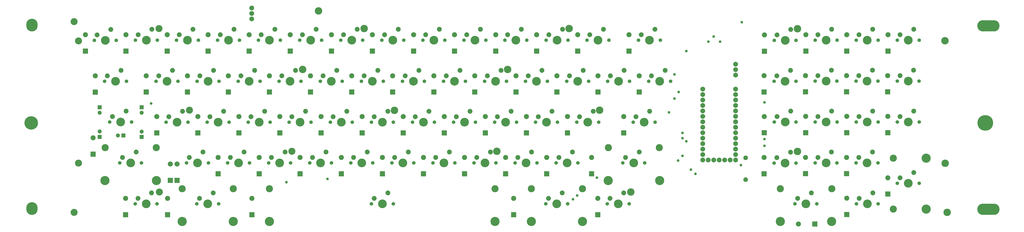
<source format=gts>
G04 MADE WITH FRITZING*
G04 WWW.FRITZING.ORG*
G04 DOUBLE SIDED*
G04 HOLES PLATED*
G04 CONTOUR ON CENTER OF CONTOUR VECTOR*
%ASAXBY*%
%FSLAX23Y23*%
%MOIN*%
%OFA0B0*%
%SFA1.0B1.0*%
%ADD10C,0.088639*%
%ADD11C,0.158908*%
%ADD12C,0.065278*%
%ADD13C,0.092000*%
%ADD14C,0.088000*%
%ADD15C,0.049370*%
%ADD16C,0.085000*%
%ADD17C,0.072992*%
%ADD18C,0.206850*%
%ADD19C,0.246220*%
%ADD20C,0.285590*%
%ADD21C,0.128110*%
%ADD22C,0.135984*%
%ADD23C,0.130079*%
%ADD24C,0.167480*%
%ADD25R,0.092000X0.092000*%
%ADD26R,0.072992X0.072992*%
%LNMASK1*%
G90*
G70*
G54D10*
X14384Y709D03*
X14633Y809D03*
G54D11*
X14534Y609D03*
G54D12*
X14334Y609D03*
X14733Y609D03*
G54D10*
X16255Y1086D03*
X16505Y1185D03*
G54D11*
X16405Y986D03*
G54D12*
X16205Y986D03*
X16604Y986D03*
G54D10*
X15506Y710D03*
X15756Y810D03*
G54D11*
X15656Y610D03*
G54D12*
X15456Y610D03*
X15855Y610D03*
G54D10*
X14004Y1458D03*
X14253Y1558D03*
G54D11*
X14154Y1358D03*
G54D12*
X13954Y1358D03*
X14353Y1358D03*
G54D10*
X15502Y1459D03*
X15751Y1559D03*
G54D11*
X15652Y1359D03*
G54D12*
X15452Y1359D03*
X15851Y1359D03*
G54D10*
X14753Y1459D03*
X15002Y1559D03*
G54D11*
X14903Y1359D03*
G54D12*
X14703Y1359D03*
X15102Y1359D03*
G54D10*
X14006Y2209D03*
X14256Y2309D03*
G54D11*
X14156Y2109D03*
G54D12*
X13956Y2109D03*
X14355Y2109D03*
G54D10*
X16255Y2210D03*
X16505Y2310D03*
G54D11*
X16405Y2110D03*
G54D12*
X16205Y2110D03*
X16604Y2110D03*
G54D10*
X15504Y2210D03*
X15753Y2310D03*
G54D11*
X15654Y2110D03*
G54D12*
X15454Y2110D03*
X15853Y2110D03*
G54D10*
X14755Y2210D03*
X15005Y2310D03*
G54D11*
X14905Y2110D03*
G54D12*
X14705Y2110D03*
X15104Y2110D03*
G54D10*
X14004Y2958D03*
X14253Y3058D03*
G54D11*
X14154Y2858D03*
G54D12*
X13954Y2858D03*
X14353Y2858D03*
G54D10*
X16253Y2959D03*
X16502Y3059D03*
G54D11*
X16403Y2859D03*
G54D12*
X16203Y2859D03*
X16602Y2859D03*
G54D10*
X15502Y2959D03*
X15751Y3059D03*
G54D11*
X15652Y2859D03*
G54D12*
X15452Y2859D03*
X15851Y2859D03*
G54D10*
X14753Y2959D03*
X15002Y3059D03*
G54D11*
X14903Y2859D03*
G54D12*
X14703Y2859D03*
X15102Y2859D03*
G54D10*
X16255Y3710D03*
X16505Y3809D03*
G54D11*
X16405Y3610D03*
G54D12*
X16205Y3610D03*
X16604Y3610D03*
G54D10*
X15504Y3710D03*
X15753Y3809D03*
G54D11*
X15654Y3610D03*
G54D12*
X15454Y3610D03*
X15853Y3610D03*
G54D10*
X14755Y3710D03*
X15005Y3809D03*
G54D11*
X14905Y3610D03*
G54D12*
X14705Y3610D03*
X15104Y3610D03*
G54D10*
X14006Y3708D03*
X14256Y3808D03*
G54D11*
X14156Y3608D03*
G54D12*
X13956Y3608D03*
X14355Y3608D03*
G54D10*
X10959Y711D03*
X11209Y810D03*
G54D11*
X11109Y611D03*
G54D12*
X10909Y611D03*
X11309Y611D03*
G54D10*
X9834Y711D03*
X10084Y811D03*
G54D11*
X9984Y611D03*
G54D12*
X9784Y611D03*
X10184Y611D03*
G54D10*
X6651Y710D03*
X6900Y809D03*
G54D11*
X6800Y610D03*
G54D12*
X6600Y610D03*
X7000Y610D03*
G54D10*
X3462Y710D03*
X3711Y809D03*
G54D11*
X3612Y610D03*
G54D12*
X3412Y610D03*
X3811Y610D03*
G54D10*
X2336Y710D03*
X2585Y809D03*
G54D11*
X2486Y610D03*
G54D12*
X2286Y610D03*
X2685Y610D03*
G54D10*
X9275Y1459D03*
X9525Y1559D03*
G54D11*
X9425Y1359D03*
G54D12*
X9225Y1359D03*
X9625Y1359D03*
G54D10*
X11242Y1459D03*
X11492Y1559D03*
G54D11*
X11392Y1359D03*
G54D12*
X11192Y1359D03*
X11591Y1359D03*
G54D10*
X5523Y1459D03*
X5772Y1559D03*
G54D11*
X5672Y1359D03*
G54D12*
X5473Y1359D03*
X5872Y1359D03*
G54D10*
X6275Y1459D03*
X6525Y1559D03*
G54D11*
X6425Y1359D03*
G54D12*
X6225Y1359D03*
X6625Y1359D03*
G54D10*
X3275Y1459D03*
X3525Y1559D03*
G54D11*
X3425Y1359D03*
G54D12*
X3225Y1359D03*
X3625Y1359D03*
G54D10*
X10023Y1459D03*
X10272Y1559D03*
G54D11*
X10173Y1359D03*
G54D12*
X9973Y1359D03*
X10372Y1359D03*
G54D10*
X4775Y1459D03*
X5025Y1559D03*
G54D11*
X4925Y1359D03*
G54D12*
X4725Y1359D03*
X5125Y1359D03*
G54D10*
X7025Y1459D03*
X7275Y1559D03*
G54D11*
X7175Y1359D03*
G54D12*
X6975Y1359D03*
X7375Y1359D03*
G54D10*
X8525Y1459D03*
X8775Y1559D03*
G54D11*
X8675Y1359D03*
G54D12*
X8475Y1359D03*
X8875Y1359D03*
G54D10*
X7775Y1459D03*
X8025Y1559D03*
G54D11*
X7925Y1359D03*
G54D12*
X7725Y1359D03*
X8125Y1359D03*
G54D10*
X4025Y1459D03*
X4275Y1559D03*
G54D11*
X4175Y1359D03*
G54D12*
X3975Y1359D03*
X4375Y1359D03*
G54D10*
X2053Y1460D03*
X2303Y1560D03*
G54D11*
X2203Y1360D03*
G54D12*
X2003Y1360D03*
X2402Y1360D03*
G54D10*
X8902Y2208D03*
X9152Y2308D03*
G54D11*
X9052Y2108D03*
G54D12*
X8852Y2108D03*
X9251Y2108D03*
G54D10*
X10402Y2208D03*
X10652Y2308D03*
G54D11*
X10552Y2108D03*
G54D12*
X10352Y2108D03*
X10751Y2108D03*
G54D10*
X5149Y2208D03*
X5399Y2308D03*
G54D11*
X5299Y2108D03*
G54D12*
X5099Y2108D03*
X5499Y2108D03*
G54D10*
X5902Y2208D03*
X6152Y2308D03*
G54D11*
X6052Y2108D03*
G54D12*
X5852Y2108D03*
X6251Y2108D03*
G54D10*
X2902Y2208D03*
X3152Y2308D03*
G54D11*
X3052Y2108D03*
G54D12*
X2852Y2108D03*
X3251Y2108D03*
G54D10*
X9649Y2208D03*
X9899Y2308D03*
G54D11*
X9799Y2108D03*
G54D12*
X9599Y2108D03*
X9999Y2108D03*
G54D10*
X4402Y2208D03*
X4652Y2308D03*
G54D11*
X4552Y2108D03*
G54D12*
X4352Y2108D03*
X4751Y2108D03*
G54D10*
X6652Y2208D03*
X6902Y2308D03*
G54D11*
X6802Y2108D03*
G54D12*
X6602Y2108D03*
X7001Y2108D03*
G54D10*
X8152Y2208D03*
X8402Y2308D03*
G54D11*
X8302Y2108D03*
G54D12*
X8102Y2108D03*
X8501Y2108D03*
G54D10*
X11432Y2208D03*
X11681Y2308D03*
G54D11*
X11581Y2108D03*
G54D12*
X11381Y2108D03*
X11781Y2108D03*
G54D10*
X7402Y2208D03*
X7652Y2308D03*
G54D11*
X7552Y2108D03*
G54D12*
X7352Y2108D03*
X7751Y2108D03*
G54D10*
X3652Y2208D03*
X3902Y2308D03*
G54D11*
X3802Y2108D03*
G54D12*
X3602Y2108D03*
X4001Y2108D03*
G54D10*
X1871Y2209D03*
X2120Y2309D03*
G54D11*
X2021Y2109D03*
G54D12*
X1821Y2109D03*
X2220Y2109D03*
G54D10*
X8717Y2958D03*
X8966Y3058D03*
G54D11*
X8866Y2858D03*
G54D12*
X8666Y2858D03*
X9066Y2858D03*
G54D10*
X11714Y2958D03*
X11963Y3058D03*
G54D11*
X11864Y2858D03*
G54D12*
X11664Y2858D03*
X12063Y2858D03*
G54D10*
X10217Y2958D03*
X10466Y3058D03*
G54D11*
X10366Y2858D03*
G54D12*
X10166Y2858D03*
X10566Y2858D03*
G54D10*
X4964Y2958D03*
X5213Y3058D03*
G54D11*
X5114Y2858D03*
G54D12*
X4914Y2858D03*
X5313Y2858D03*
G54D10*
X5717Y2958D03*
X5966Y3058D03*
G54D11*
X5866Y2858D03*
G54D12*
X5666Y2858D03*
X6066Y2858D03*
G54D10*
X2717Y2958D03*
X2966Y3058D03*
G54D11*
X2866Y2858D03*
G54D12*
X2666Y2858D03*
X3066Y2858D03*
G54D10*
X9464Y2958D03*
X9713Y3058D03*
G54D11*
X9614Y2858D03*
G54D12*
X9414Y2858D03*
X9813Y2858D03*
G54D10*
X4217Y2958D03*
X4466Y3058D03*
G54D11*
X4366Y2858D03*
G54D12*
X4166Y2858D03*
X4566Y2858D03*
G54D10*
X6467Y2958D03*
X6716Y3058D03*
G54D11*
X6616Y2858D03*
G54D12*
X6416Y2858D03*
X6816Y2858D03*
G54D10*
X7967Y2958D03*
X8216Y3058D03*
G54D11*
X8116Y2858D03*
G54D12*
X7916Y2858D03*
X8316Y2858D03*
G54D10*
X10964Y2958D03*
X11213Y3058D03*
G54D11*
X11114Y2858D03*
G54D12*
X10914Y2858D03*
X11313Y2858D03*
G54D10*
X7217Y2958D03*
X7466Y3058D03*
G54D11*
X7366Y2858D03*
G54D12*
X7166Y2858D03*
X7566Y2858D03*
G54D10*
X3467Y2958D03*
X3716Y3058D03*
G54D11*
X3616Y2858D03*
G54D12*
X3416Y2858D03*
X3816Y2858D03*
G54D10*
X1779Y2957D03*
X2029Y3057D03*
G54D11*
X1929Y2857D03*
G54D12*
X1729Y2857D03*
X2128Y2857D03*
G54D10*
X11528Y3710D03*
X11778Y3809D03*
G54D11*
X11678Y3610D03*
G54D12*
X11478Y3610D03*
X11878Y3610D03*
G54D10*
X10589Y3710D03*
X10839Y3809D03*
G54D11*
X10739Y3610D03*
G54D12*
X10539Y3610D03*
X10939Y3610D03*
G54D10*
X9842Y3710D03*
X10092Y3809D03*
G54D11*
X9992Y3610D03*
G54D12*
X9792Y3610D03*
X10192Y3610D03*
G54D10*
X9089Y3710D03*
X9339Y3809D03*
G54D11*
X9239Y3610D03*
G54D12*
X9039Y3610D03*
X9439Y3610D03*
G54D10*
X8342Y3710D03*
X8592Y3809D03*
G54D11*
X8492Y3610D03*
G54D12*
X8292Y3610D03*
X8691Y3610D03*
G54D10*
X7592Y3710D03*
X7842Y3809D03*
G54D11*
X7742Y3610D03*
G54D12*
X7542Y3610D03*
X7941Y3610D03*
G54D10*
X6842Y3710D03*
X7092Y3809D03*
G54D11*
X6992Y3610D03*
G54D12*
X6792Y3610D03*
X7191Y3610D03*
G54D10*
X6092Y3710D03*
X6342Y3809D03*
G54D11*
X6242Y3610D03*
G54D12*
X6042Y3610D03*
X6441Y3610D03*
G54D10*
X5342Y3710D03*
X5592Y3809D03*
G54D11*
X5492Y3610D03*
G54D12*
X5292Y3610D03*
X5691Y3610D03*
G54D10*
X4589Y3710D03*
X4839Y3809D03*
G54D11*
X4739Y3610D03*
G54D12*
X4539Y3610D03*
X4939Y3610D03*
G54D10*
X3842Y3710D03*
X4092Y3809D03*
G54D11*
X3992Y3610D03*
G54D12*
X3792Y3610D03*
X4191Y3610D03*
G54D10*
X3092Y3710D03*
X3342Y3809D03*
G54D11*
X3242Y3610D03*
G54D12*
X3042Y3610D03*
X3441Y3610D03*
G54D10*
X2342Y3710D03*
X2592Y3809D03*
G54D11*
X2492Y3610D03*
G54D12*
X2292Y3610D03*
X2691Y3610D03*
G54D10*
X1591Y3708D03*
X1840Y3808D03*
G54D11*
X1741Y3608D03*
G54D12*
X1541Y3608D03*
X1940Y3608D03*
G54D13*
X15280Y416D03*
X15280Y714D03*
X16032Y790D03*
X16032Y1088D03*
X14696Y241D03*
X14398Y241D03*
X14529Y1164D03*
X14529Y1462D03*
X15277Y1164D03*
X15277Y1462D03*
X13771Y1162D03*
X13771Y1460D03*
X16032Y1916D03*
X16032Y2214D03*
X14532Y1916D03*
X14532Y2214D03*
X15280Y1916D03*
X15280Y2214D03*
X13775Y1914D03*
X13775Y2212D03*
X16029Y2664D03*
X16029Y2962D03*
X14529Y2664D03*
X14529Y2962D03*
X15277Y2664D03*
X15277Y2962D03*
X13771Y2662D03*
X13771Y2960D03*
X16033Y3411D03*
X16033Y3709D03*
X15281Y3411D03*
X15281Y3709D03*
X14533Y3411D03*
X14533Y3709D03*
X13776Y3409D03*
X13776Y3707D03*
X10733Y411D03*
X10733Y709D03*
X9196Y411D03*
X9196Y709D03*
X4417Y411D03*
X4417Y709D03*
X2878Y411D03*
X2878Y709D03*
X2111Y411D03*
X2111Y709D03*
X5298Y1163D03*
X5298Y1461D03*
X3050Y1041D03*
X3050Y1339D03*
X3802Y1163D03*
X3802Y1461D03*
X7550Y1163D03*
X7550Y1461D03*
X6050Y1163D03*
X6050Y1461D03*
X9050Y1163D03*
X9050Y1461D03*
X10620Y1163D03*
X10620Y1461D03*
X4550Y1163D03*
X4550Y1461D03*
X6802Y1163D03*
X6802Y1461D03*
X8302Y1163D03*
X8302Y1461D03*
X9802Y1163D03*
X9802Y1461D03*
X2928Y1041D03*
X2928Y1339D03*
X4928Y1911D03*
X4928Y2209D03*
X2680Y1911D03*
X2680Y2209D03*
X3432Y1911D03*
X3432Y2209D03*
X7180Y1911D03*
X7180Y2209D03*
X5680Y1911D03*
X5680Y2209D03*
X8680Y1911D03*
X8680Y2209D03*
X11206Y1911D03*
X11206Y2209D03*
X10180Y1911D03*
X10180Y2209D03*
X4180Y1911D03*
X4180Y2209D03*
X6432Y1911D03*
X6432Y2209D03*
X7932Y1911D03*
X7932Y2209D03*
X9432Y1911D03*
X9432Y2209D03*
X1517Y1523D03*
X1517Y1821D03*
X4737Y2660D03*
X4737Y2958D03*
X2489Y2660D03*
X2489Y2958D03*
X3241Y2660D03*
X3241Y2958D03*
X6989Y2660D03*
X6989Y2958D03*
X5489Y2660D03*
X5489Y2958D03*
X8489Y2660D03*
X8489Y2958D03*
X10737Y2660D03*
X10737Y2958D03*
X9989Y2660D03*
X9989Y2958D03*
X3989Y2660D03*
X3989Y2958D03*
X6241Y2660D03*
X6241Y2958D03*
X11491Y2660D03*
X11491Y2958D03*
X7741Y2660D03*
X7741Y2958D03*
X9241Y2660D03*
X9241Y2958D03*
X1559Y2659D03*
X1559Y2957D03*
X11304Y3411D03*
X11304Y3709D03*
X10367Y3411D03*
X10367Y3709D03*
X9618Y3411D03*
X9618Y3709D03*
X8870Y3411D03*
X8870Y3709D03*
X8118Y3411D03*
X8118Y3709D03*
X7370Y3411D03*
X7370Y3709D03*
X6618Y3411D03*
X6618Y3709D03*
X5870Y3411D03*
X5870Y3709D03*
X5118Y3411D03*
X5118Y3709D03*
X4367Y3411D03*
X4367Y3709D03*
X3618Y3411D03*
X3618Y3709D03*
X2870Y3411D03*
X2870Y3709D03*
X2118Y3411D03*
X2118Y3709D03*
X1377Y3411D03*
X1377Y3709D03*
G54D14*
X12651Y2714D03*
X12651Y2614D03*
X12651Y2514D03*
X12651Y2414D03*
X12651Y2314D03*
X12651Y2214D03*
X12651Y2114D03*
X12651Y2014D03*
X12651Y1914D03*
X12651Y1814D03*
X12651Y1714D03*
X12651Y1614D03*
X12651Y1514D03*
X12651Y1414D03*
X13252Y2714D03*
X13252Y2614D03*
X13252Y2514D03*
X13252Y2414D03*
X13252Y2314D03*
X13252Y2214D03*
X13252Y2114D03*
X13252Y2014D03*
X13252Y1914D03*
X13252Y1814D03*
X13252Y1714D03*
X13252Y1614D03*
X13252Y1514D03*
X13252Y1414D03*
X12751Y1414D03*
X12851Y1414D03*
X12951Y1414D03*
X13051Y1414D03*
X13151Y1414D03*
G54D15*
X10717Y1092D03*
X12135Y2984D03*
X12133Y2540D03*
X12281Y1814D03*
X12433Y1236D03*
X12350Y3409D03*
X12517Y1162D03*
X12281Y1911D03*
X12211Y2660D03*
X13363Y3942D03*
X13778Y2471D03*
X13778Y1797D03*
X13778Y1675D03*
X13348Y1320D03*
X12352Y1758D03*
X12281Y1492D03*
X12201Y1403D03*
X12755Y3583D03*
X12850Y3677D03*
X12967Y3583D03*
G54D14*
X13252Y3171D03*
X13252Y3071D03*
X13252Y2971D03*
G54D16*
X13433Y1053D03*
X13433Y1453D03*
G54D15*
X12033Y2286D03*
X2578Y2449D03*
G54D17*
X1638Y2381D03*
X1638Y2282D03*
X1638Y1838D03*
X1638Y1937D03*
X2404Y2381D03*
X2404Y2282D03*
X2405Y1837D03*
X2405Y1935D03*
X2070Y1864D03*
X1971Y1864D03*
G54D18*
X400Y3902D03*
X400Y3875D03*
X400Y538D03*
X400Y511D03*
X17766Y511D03*
X17766Y3875D03*
G54D14*
X4414Y4202D03*
X4414Y4102D03*
X4414Y4002D03*
G54D19*
X386Y2095D03*
G54D20*
X17811Y2095D03*
G54D21*
X3278Y2327D03*
X2722Y3823D03*
X1252Y3597D03*
X1170Y3949D03*
X1252Y1357D03*
X2726Y827D03*
X1170Y453D03*
X5148Y1575D03*
G54D22*
X7022Y2323D03*
X5633Y4146D03*
X6467Y3823D03*
X5344Y3075D03*
X10211Y3823D03*
X9088Y3073D03*
X10767Y2327D03*
X8892Y1575D03*
X11337Y827D03*
X14381Y1571D03*
X17078Y1353D03*
X17115Y453D03*
X17074Y3601D03*
X14381Y3820D03*
G54D18*
X17966Y511D03*
X17969Y3875D03*
X17863Y511D03*
X17866Y3875D03*
X17809Y511D03*
X17812Y3875D03*
X17914Y511D03*
X17917Y3875D03*
G54D23*
X4737Y886D03*
X8859Y886D03*
G54D24*
X4737Y286D03*
X8859Y286D03*
G54D23*
X4077Y886D03*
G54D24*
X4077Y286D03*
G54D23*
X3143Y886D03*
G54D24*
X3143Y286D03*
G54D23*
X9521Y886D03*
G54D24*
X9521Y286D03*
G54D23*
X10455Y886D03*
G54D24*
X10455Y286D03*
G54D23*
X14066Y886D03*
G54D24*
X14066Y286D03*
G54D23*
X15006Y886D03*
G54D24*
X15003Y286D03*
G54D23*
X16130Y514D03*
G54D24*
X16730Y514D03*
G54D23*
X16130Y1447D03*
G54D24*
X16730Y1447D03*
G54D23*
X10926Y1640D03*
X11859Y1640D03*
G54D24*
X10923Y1037D03*
X11863Y1037D03*
G54D23*
X1737Y1640D03*
X2670Y1640D03*
G54D24*
X2674Y1037D03*
X1734Y1037D03*
G54D15*
X5796Y1068D03*
X5048Y1008D03*
X10280Y695D03*
X10358Y764D03*
G54D25*
X15280Y415D03*
X16032Y789D03*
X14697Y241D03*
X14529Y1163D03*
X15277Y1163D03*
X13771Y1161D03*
X16032Y1915D03*
X14532Y1915D03*
X15280Y1915D03*
X13775Y1913D03*
X16029Y2663D03*
X14529Y2663D03*
X15277Y2663D03*
X13771Y2661D03*
X16033Y3410D03*
X15281Y3410D03*
X14533Y3410D03*
X13776Y3408D03*
X10733Y410D03*
X9196Y410D03*
X4417Y410D03*
X2878Y410D03*
X2111Y410D03*
X5298Y1162D03*
X3050Y1040D03*
X3802Y1162D03*
X7550Y1162D03*
X6050Y1162D03*
X9050Y1162D03*
X10620Y1162D03*
X4550Y1162D03*
X6802Y1162D03*
X8302Y1162D03*
X9802Y1162D03*
X2928Y1040D03*
X4928Y1910D03*
X2680Y1910D03*
X3432Y1910D03*
X7180Y1910D03*
X5680Y1910D03*
X8680Y1910D03*
X11206Y1910D03*
X10180Y1910D03*
X4180Y1910D03*
X6432Y1910D03*
X7932Y1910D03*
X9432Y1910D03*
X1517Y1522D03*
X4737Y2659D03*
X2489Y2659D03*
X3241Y2659D03*
X6989Y2659D03*
X5489Y2659D03*
X8489Y2659D03*
X10737Y2659D03*
X9989Y2659D03*
X3989Y2659D03*
X6241Y2659D03*
X11491Y2659D03*
X7741Y2659D03*
X9241Y2659D03*
X1559Y2658D03*
X11304Y3410D03*
X10367Y3410D03*
X9618Y3410D03*
X8870Y3410D03*
X8118Y3410D03*
X7370Y3410D03*
X6618Y3410D03*
X5870Y3410D03*
X5118Y3410D03*
X4367Y3410D03*
X3618Y3410D03*
X2870Y3410D03*
X2118Y3410D03*
X1377Y3410D03*
G54D26*
X1638Y2381D03*
X1638Y1838D03*
X2404Y2381D03*
X2405Y1837D03*
X2070Y1864D03*
G04 End of Mask1*
M02*
</source>
